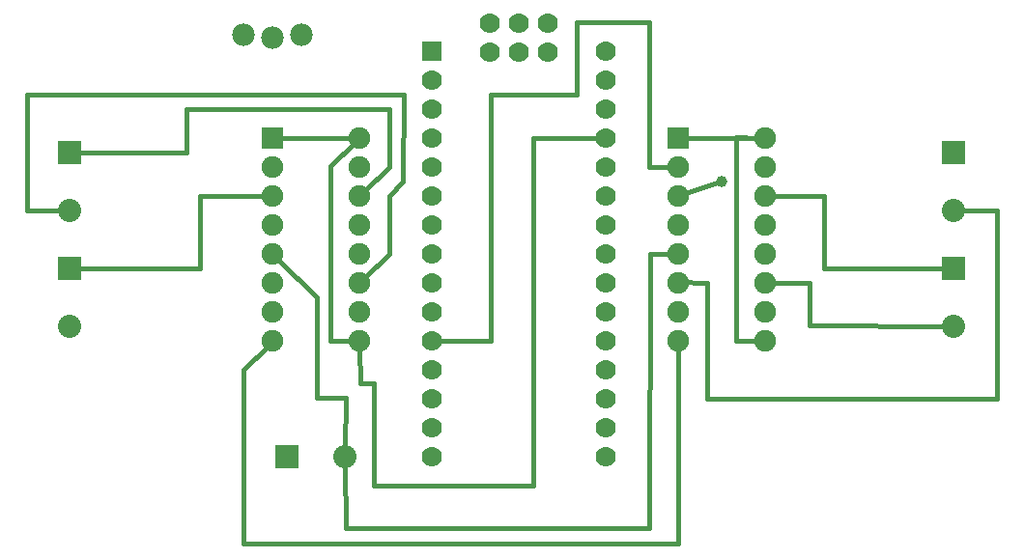
<source format=gbl>
G04 MADE WITH FRITZING*
G04 WWW.FRITZING.ORG*
G04 DOUBLE SIDED*
G04 HOLES PLATED*
G04 CONTOUR ON CENTER OF CONTOUR VECTOR*
%ASAXBY*%
%FSLAX23Y23*%
%MOIN*%
%OFA0B0*%
%SFA1.0B1.0*%
%ADD10C,0.078000*%
%ADD11C,0.075000*%
%ADD12C,0.070000*%
%ADD13C,0.080000*%
%ADD14C,0.039370*%
%ADD15R,0.075000X0.075000*%
%ADD16R,0.069958X0.070000*%
%ADD17R,0.080000X0.080000*%
%ADD18C,0.016000*%
%LNCOPPER0*%
G90*
G70*
G54D10*
X877Y1781D03*
X977Y1771D03*
X1077Y1781D03*
G54D11*
X977Y1426D03*
X1277Y1426D03*
X977Y1326D03*
X1277Y1326D03*
X977Y1226D03*
X1277Y1226D03*
X977Y1126D03*
X1277Y1126D03*
X977Y1026D03*
X1277Y1026D03*
X977Y926D03*
X1277Y926D03*
X977Y826D03*
X1277Y826D03*
X977Y726D03*
X1277Y726D03*
X2377Y1426D03*
X2677Y1426D03*
X2377Y1326D03*
X2677Y1326D03*
X2377Y1226D03*
X2677Y1226D03*
X2377Y1126D03*
X2677Y1126D03*
X2377Y1026D03*
X2677Y1026D03*
X2377Y926D03*
X2677Y926D03*
X2377Y826D03*
X2677Y826D03*
X2377Y726D03*
X2677Y726D03*
G54D12*
X1527Y1726D03*
X1527Y1626D03*
X1527Y1526D03*
X1527Y1426D03*
X1527Y1326D03*
X1527Y1226D03*
X1527Y1126D03*
X1527Y1026D03*
X1527Y926D03*
X1527Y826D03*
X1527Y726D03*
X1527Y626D03*
X1527Y526D03*
X1527Y426D03*
X1527Y326D03*
X2127Y1726D03*
X2127Y1626D03*
X2127Y1526D03*
X2127Y1426D03*
X2127Y1326D03*
X2127Y1226D03*
X2127Y1126D03*
X2127Y1026D03*
X2127Y926D03*
X2127Y826D03*
X2127Y726D03*
X2127Y626D03*
X2127Y526D03*
X2127Y426D03*
X2127Y326D03*
X1727Y1821D03*
X1727Y1721D03*
X1827Y1821D03*
X1827Y1721D03*
X1927Y1821D03*
X1927Y1721D03*
G54D13*
X1027Y326D03*
X1227Y326D03*
X3327Y1376D03*
X3327Y1176D03*
X277Y976D03*
X277Y776D03*
X277Y1376D03*
X277Y1176D03*
G54D14*
X2527Y1276D03*
G54D13*
X3327Y976D03*
X3327Y776D03*
G54D15*
X977Y1426D03*
X2377Y1426D03*
G54D16*
X1527Y1726D03*
G54D17*
X1027Y326D03*
X3327Y1376D03*
X277Y976D03*
X277Y1376D03*
X3327Y976D03*
G54D18*
X2027Y1825D02*
X2027Y1576D01*
D02*
X2276Y1825D02*
X2027Y1825D01*
D02*
X2276Y1326D02*
X2276Y1825D01*
D02*
X2027Y1576D02*
X1728Y1576D01*
D02*
X1728Y1576D02*
X1728Y726D01*
D02*
X1728Y726D02*
X1551Y726D01*
D02*
X2354Y1326D02*
X2276Y1326D01*
D02*
X1176Y1176D02*
X1176Y1327D01*
D02*
X1177Y1175D02*
X1176Y1176D01*
D02*
X1177Y725D02*
X1177Y1175D01*
D02*
X1176Y1327D02*
X1261Y1410D01*
D02*
X1254Y726D02*
X1177Y725D01*
D02*
X1254Y1426D02*
X1000Y1426D01*
D02*
X2654Y1426D02*
X2400Y1426D01*
D02*
X2576Y724D02*
X2576Y1427D01*
D02*
X2576Y1427D02*
X2654Y1426D01*
D02*
X2654Y725D02*
X2576Y724D01*
D02*
X876Y25D02*
X877Y626D01*
D02*
X877Y626D02*
X961Y709D01*
D02*
X2377Y25D02*
X1828Y25D01*
D02*
X2377Y703D02*
X2377Y25D01*
D02*
X303Y976D02*
X726Y975D01*
D02*
X726Y975D02*
X726Y1226D01*
D02*
X726Y1226D02*
X954Y1226D01*
D02*
X2514Y1271D02*
X2399Y1233D01*
D02*
X2476Y925D02*
X2377Y927D01*
D02*
X3477Y1174D02*
X3477Y523D01*
D02*
X2377Y927D02*
X2370Y948D01*
D02*
X2476Y526D02*
X2476Y925D01*
D02*
X3477Y523D02*
X2476Y526D01*
D02*
X3326Y1174D02*
X3477Y1174D01*
D02*
X3317Y1152D02*
X3326Y1174D01*
D02*
X2828Y925D02*
X2700Y926D01*
D02*
X2828Y777D02*
X2828Y925D01*
D02*
X3301Y776D02*
X2828Y777D01*
D02*
X2878Y1226D02*
X2700Y1226D01*
D02*
X2878Y974D02*
X2878Y1226D01*
D02*
X3301Y976D02*
X2878Y974D01*
D02*
X2278Y1025D02*
X2276Y77D01*
D02*
X2276Y77D02*
X1228Y77D01*
D02*
X1228Y77D02*
X1227Y300D01*
D02*
X2354Y1026D02*
X2278Y1025D01*
D02*
X1228Y527D02*
X1128Y527D01*
D02*
X1128Y527D02*
X1128Y875D01*
D02*
X1128Y875D02*
X993Y1009D01*
D02*
X1227Y351D02*
X1228Y527D01*
D02*
X1327Y577D02*
X1278Y577D01*
D02*
X1327Y225D02*
X1327Y577D01*
D02*
X1278Y577D02*
X1277Y703D01*
D02*
X1877Y225D02*
X1327Y225D01*
D02*
X1877Y1426D02*
X1877Y225D01*
D02*
X2103Y1426D02*
X1877Y1426D01*
D02*
X1378Y1026D02*
X1293Y942D01*
D02*
X1378Y1226D02*
X1378Y1076D01*
D02*
X128Y1575D02*
X1428Y1576D01*
D02*
X128Y1174D02*
X128Y1575D01*
D02*
X1428Y1576D02*
X1427Y1275D01*
D02*
X1427Y1275D02*
X1378Y1226D01*
D02*
X1378Y1076D02*
X1378Y1026D01*
D02*
X251Y1175D02*
X128Y1174D01*
D02*
X1378Y1326D02*
X1293Y1242D01*
D02*
X678Y1526D02*
X1378Y1526D01*
D02*
X678Y1375D02*
X678Y1526D01*
D02*
X1378Y1526D02*
X1378Y1376D01*
D02*
X1378Y1376D02*
X1378Y1326D01*
D02*
X303Y1376D02*
X678Y1375D01*
D02*
X1828Y25D02*
X876Y25D01*
G04 End of Copper0*
M02*
</source>
